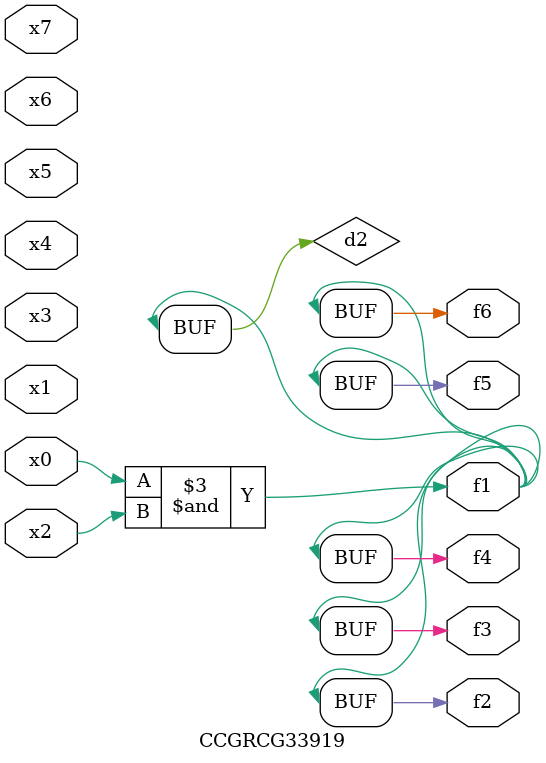
<source format=v>
module CCGRCG33919(
	input x0, x1, x2, x3, x4, x5, x6, x7,
	output f1, f2, f3, f4, f5, f6
);

	wire d1, d2;

	nor (d1, x3, x6);
	and (d2, x0, x2);
	assign f1 = d2;
	assign f2 = d2;
	assign f3 = d2;
	assign f4 = d2;
	assign f5 = d2;
	assign f6 = d2;
endmodule

</source>
